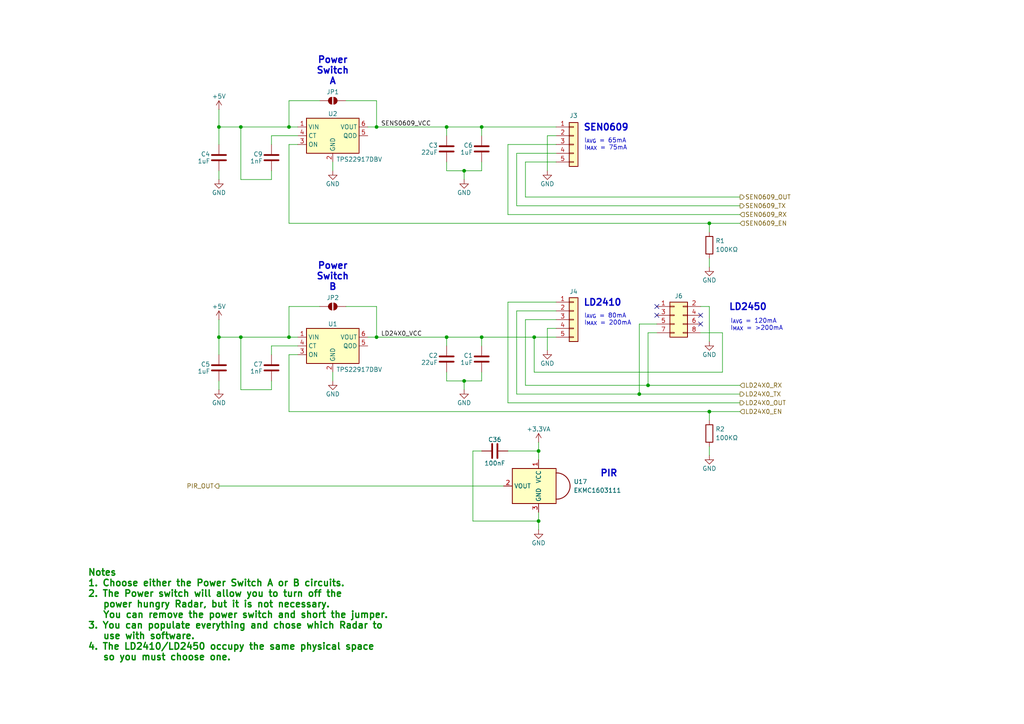
<source format=kicad_sch>
(kicad_sch (version 20250114) (generator "eeschema") (generator_version "9.0")
  (paper "A4")
  (title_block (title "ESPHome Parking Assistant") (date "2025-04-18") (rev "A") (company "Mike Lawrence"))
  (lib_symbols
    (symbol "Connector_Generic:Conn_01x05" (pin_names (offset 1.016) (hide yes))
      (property "Reference" "J" (at 0 7.62 0))
      (property "Value" "Conn_01x05" (at 0 -7.62 0))
      (symbol "Conn_01x05_1_1"
        (rectangle (start -1.27 6.35) (end 1.27 -6.35) (stroke (width 0.254)) (fill (type background)))
        (rectangle (start -1.27 5.207) (end 0 4.953) (stroke (width 0.1524)))
        (rectangle (start -1.27 2.667) (end 0 2.413) (stroke (width 0.1524)))
        (rectangle (start -1.27 0.127) (end 0 -0.127) (stroke (width 0.1524)))
        (rectangle (start -1.27 -2.413) (end 0 -2.667) (stroke (width 0.1524)))
        (rectangle (start -1.27 -4.953) (end 0 -5.207) (stroke (width 0.1524)))
        (pin passive line (at -5.08 5.08 0) (length 3.81) (name "Pin_1") (number "1"))
        (pin passive line (at -5.08 2.54 0) (length 3.81) (name "Pin_2") (number "2"))
        (pin passive line (at -5.08 0 0) (length 3.81) (name "Pin_3") (number "3"))
        (pin passive line (at -5.08 -2.54 0) (length 3.81) (name "Pin_4") (number "4"))
        (pin passive line (at -5.08 -5.08 0) (length 3.81) (name "Pin_5") (number "5"))
      )
    )
    (symbol "Connector_Generic:Conn_02x04_Odd_Even" (pin_names (offset 1.016) (hide yes))
      (property "Reference" "J" (at 1.27 5.08 0))
      (property "Value" "Conn_02x04_Odd_Even" (at 1.27 -7.62 0))
      (symbol "Conn_02x04_Odd_Even_1_1"
        (rectangle (start -1.27 3.81) (end 3.81 -6.35) (stroke (width 0.254)) (fill (type background)))
        (rectangle (start -1.27 2.667) (end 0 2.413) (stroke (width 0.1524)))
        (rectangle (start -1.27 0.127) (end 0 -0.127) (stroke (width 0.1524)))
        (rectangle (start -1.27 -2.413) (end 0 -2.667) (stroke (width 0.1524)))
        (rectangle (start -1.27 -4.953) (end 0 -5.207) (stroke (width 0.1524)))
        (rectangle (start 3.81 2.667) (end 2.54 2.413) (stroke (width 0.1524)))
        (rectangle (start 3.81 0.127) (end 2.54 -0.127) (stroke (width 0.1524)))
        (rectangle (start 3.81 -2.413) (end 2.54 -2.667) (stroke (width 0.1524)))
        (rectangle (start 3.81 -4.953) (end 2.54 -5.207) (stroke (width 0.1524)))
        (pin passive line (at -5.08 2.54 0) (length 3.81) (name "Pin_1") (number "1"))
        (pin passive line (at -5.08 0 0) (length 3.81) (name "Pin_3") (number "3"))
        (pin passive line (at -5.08 -2.54 0) (length 3.81) (name "Pin_5") (number "5"))
        (pin passive line (at -5.08 -5.08 0) (length 3.81) (name "Pin_7") (number "7"))
        (pin passive line (at 7.62 2.54 180) (length 3.81) (name "Pin_2") (number "2"))
        (pin passive line (at 7.62 0 180) (length 3.81) (name "Pin_4") (number "4"))
        (pin passive line (at 7.62 -2.54 180) (length 3.81) (name "Pin_6") (number "6"))
        (pin passive line (at 7.62 -5.08 180) (length 3.81) (name "Pin_8") (number "8"))
      )
    )
    (symbol "Device:C" (pin_numbers (hide yes)) (pin_names (offset 0.254))
      (property "Reference" "C" (at 0.635 2.54 0))
      (property "Value" "C" (at 0.635 -2.54 0))
      (symbol "C_0_1"
        (polyline (pts (xy -2.032 0.762) (xy 2.032 0.762)) (stroke (width 0.508)))
        (polyline (pts (xy -2.032 -0.762) (xy 2.032 -0.762)) (stroke (width 0.508)))
      )
      (symbol "C_1_1"
        (pin passive line (at 0 3.81 270) (length 2.794) (name "~") (number "1"))
        (pin passive line (at 0 -3.81 90) (length 2.794) (name "~") (number "2"))
      )
    )
    (symbol "Device:R" (pin_numbers (hide yes)) (pin_names (offset 0))
      (property "Reference" "R" (at 2.032 0 90))
      (property "Value" "R" (at 0 0 90))
      (symbol "R_0_1"
        (rectangle (start -1.016 -2.54) (end 1.016 2.54) (stroke (width 0.254)))
      )
      (symbol "R_1_1"
        (pin passive line (at 0 3.81 270) (length 1.27) (name "~") (number "1"))
        (pin passive line (at 0 -3.81 90) (length 1.27) (name "~") (number "2"))
      )
    )
    (symbol "EKMC1603111:EKMC1603111"
      (property "Reference" "U" (at 8.89 6.35 0))
      (property "Value" "EKMC1603111" (at 8.89 3.81 0))
      (symbol "EKMC1603111_0_1"
        (arc (start -5.08 -3.81) (mid -7.9011 -2.7467) (end -9.144 0) (stroke (width 0.254)))
        (arc (start -9.144 0) (mid -7.9011 2.7467) (end -5.08 3.81) (stroke (width 0.254)))
        (rectangle (start -5.08 5.08) (end 7.62 -5.08) (stroke (width 0.254)) (fill (type background)))
        (polyline (pts (xy -5.08 -3.81) (xy -5.08 3.81)))
      )
      (symbol "EKMC1603111_1_1"
        (pin power_in line (at 0 7.62 270) (length 2.54) (name "VCC") (number "1"))
        (pin power_in line (at 0 -7.62 90) (length 2.54) (name "GND") (number "3"))
        (pin output line (at 10.16 0 180) (length 2.54) (name "VOUT") (number "2"))
      )
    )
    (symbol "Jumper:SolderJumper_2_Open" (pin_numbers (hide yes)) (pin_names (offset 0) (hide yes)) (exclude_from_sim yes) (in_bom no)
      (property "Reference" "JP" (at 0 2.032 0))
      (property "Value" "SolderJumper_2_Open" (at 0 -2.54 0))
      (symbol "SolderJumper_2_Open_0_1"
        (polyline (pts (xy -0.254 1.016) (xy -0.254 -1.016)))
        (arc (start -0.254 -1.016) (mid -1.2656 0) (end -0.254 1.016))
        (arc (start -0.254 -1.016) (mid -1.2656 0) (end -0.254 1.016) (fill (type outline)))
        (arc (start 0.254 1.016) (mid 1.2656 0) (end 0.254 -1.016))
        (arc (start 0.254 1.016) (mid 1.2656 0) (end 0.254 -1.016) (fill (type outline)))
        (polyline (pts (xy 0.254 1.016) (xy 0.254 -1.016)))
      )
      (symbol "SolderJumper_2_Open_1_1"
        (pin passive line (at -3.81 0 0) (length 2.54) (name "A") (number "1"))
        (pin passive line (at 3.81 0 180) (length 2.54) (name "B") (number "2"))
      )
    )
    (symbol "Power_Management:TPS22917DBV"
      (property "Reference" "U" (at -6.35 6.35 0))
      (property "Value" "TPS22917DBV" (at 2.54 6.35 0))
      (symbol "TPS22917DBV_0_1"
        (rectangle (start -7.62 5.08) (end 7.62 -5.08) (stroke (width 0.254)) (fill (type background)))
      )
      (symbol "TPS22917DBV_1_1"
        (pin power_in line (at -10.16 2.54 0) (length 2.54) (name "VIN") (number "1"))
        (pin output line (at -10.16 0 0) (length 2.54) (name "CT") (number "4"))
        (pin input line (at -10.16 -2.54 0) (length 2.54) (name "ON") (number "3"))
        (pin power_in line (at 0 -7.62 90) (length 2.54) (name "GND") (number "2"))
        (pin power_out line (at 10.16 2.54 180) (length 2.54) (name "VOUT") (number "6"))
        (pin open_collector line (at 10.16 0 180) (length 2.54) (name "QOD") (number "5"))
      )
    )
    (symbol "power:+3.3VA" (power) (pin_numbers (hide yes)) (pin_names (offset 0) (hide yes))
      (property "Value" "+3.3VA" (at 0 3.556 0))
      (symbol "+3.3VA_0_1"
        (polyline (pts (xy -0.762 1.27) (xy 0 2.54)))
        (polyline (pts (xy 0 2.54) (xy 0.762 1.27)))
        (polyline (pts (xy 0 0) (xy 0 2.54)))
      )
      (symbol "+3.3VA_1_1"
        (pin power_in line (at 0 0 90) (length 0) (name "~") (number "1"))
      )
    )
    (symbol "power:+5V" (power) (pin_numbers (hide yes)) (pin_names (offset 0) (hide yes))
      (property "Value" "+5V" (at 0 3.556 0))
      (symbol "+5V_0_1"
        (polyline (pts (xy -0.762 1.27) (xy 0 2.54)))
        (polyline (pts (xy 0 2.54) (xy 0.762 1.27)))
        (polyline (pts (xy 0 0) (xy 0 2.54)))
      )
      (symbol "+5V_1_1"
        (pin power_in line (at 0 0 90) (length 0) (name "~") (number "1"))
      )
    )
    (symbol "power:GND" (power) (pin_numbers (hide yes)) (pin_names (offset 0) (hide yes))
      (property "Value" "GND" (at 0 -3.81 0))
      (symbol "GND_0_1"
        (polyline (pts (xy 0 0) (xy 0 -1.27) (xy 1.27 -1.27) (xy 0 -2.54) (xy -1.27 -1.27) (xy 0 -1.27)))
      )
      (symbol "GND_1_1"
        (pin power_in line (at 0 0 270) (length 0) (name "~") (number "1"))
      )
    )
  )
  (text "Power\nSwitch\nB" (at 96.52 80.264 0) (effects (font (size 1.905 1.905) (thickness 0.381) (bold yes))))
  (text "Power\nSwitch\nA" (at 96.52 20.574 0) (effects (font (size 1.905 1.905) (thickness 0.381) (bold yes))))
  (text "I_{AVG} = 65mA\nI_{MAX} = 75mA\n" (at 169.418 41.91 0) (effects (font (size 1.27 1.27) (thickness 0.1588)) (justify left)))
  (text "LD2450" (at 211.328 89.154 0) (effects (font (size 1.905 1.905) (thickness 0.381) (bold yes)) (justify left)))
  (text "LD2410" (at 169.164 87.884 0) (effects (font (size 1.905 1.905) (thickness 0.381) (bold yes)) (justify left)))
  (text "I_{AVG} = 80mA\nI_{MAX} = 200mA\n" (at 169.418 92.71 0) (effects (font (size 1.27 1.27) (thickness 0.1588)) (justify left)))
  (text "PIR" (at 173.99 137.414 0) (effects (font (size 1.905 1.905) (thickness 0.381) (bold yes)) (justify left)))
  (text "SEN0609" (at 169.164 37.084 0) (effects (font (size 1.905 1.905) (thickness 0.381) (bold yes)) (justify left)))
  (text "Notes\n1. Choose either the Power Switch A or B circuits.\n2. The Power switch will allow you to turn off the \n   power hungry Radar, but it is not necessary.\n   You can remove the power switch and short the jumper.\n3. You can populate everything and chose which Radar to \n   use with software.\n4. The LD2410/LD2450 occupy the same physical space \n   so you must choose one." (at 25.4 165.1 0) (effects (font (size 1.905 1.905) (thickness 0.381) (bold yes)) (justify left top)))
  (text "I_{AVG} = 120mA\nI_{MAX} = >200mA\n" (at 211.836 94.234 0) (effects (font (size 1.27 1.27) (thickness 0.1588)) (justify left)))
  (junction (at 185.42 114.3))
  (junction (at 83.82 36.83))
  (junction (at 156.21 151.13))
  (junction (at 156.21 130.81))
  (junction (at 69.85 36.83))
  (junction (at 129.54 97.79))
  (junction (at 139.7 97.79))
  (junction (at 154.94 97.79))
  (junction (at 134.62 49.53))
  (junction (at 69.85 97.79))
  (junction (at 109.22 36.83))
  (junction (at 63.5 97.79))
  (junction (at 205.74 64.77))
  (junction (at 134.62 110.49))
  (junction (at 63.5 36.83))
  (junction (at 83.82 97.79))
  (junction (at 139.7 36.83))
  (junction (at 129.54 36.83))
  (junction (at 109.22 97.79))
  (junction (at 187.96 111.76))
  (junction (at 205.74 119.38))
  (no_connect (at 190.5 88.9))
  (no_connect (at 190.5 91.44))
  (no_connect (at 203.2 91.44))
  (no_connect (at 203.2 93.98))
  (wire (pts (xy 96.52 46.99) (xy 96.52 49.53)))
  (wire (pts (xy 83.82 102.87) (xy 83.82 119.38)))
  (wire (pts (xy 78.74 110.49) (xy 78.74 113.03)))
  (wire (pts (xy 147.32 116.84) (xy 214.63 116.84)))
  (wire (pts (xy 147.32 87.63) (xy 161.29 87.63)))
  (wire (pts (xy 92.71 29.21) (xy 83.82 29.21)))
  (wire (pts (xy 83.82 88.9) (xy 83.82 97.79)))
  (wire (pts (xy 96.52 107.95) (xy 96.52 110.49)))
  (wire (pts (xy 149.86 44.45) (xy 149.86 59.69)))
  (wire (pts (xy 161.29 46.99) (xy 152.4 46.99)))
  (wire (pts (xy 156.21 148.59) (xy 156.21 151.13)))
  (wire (pts (xy 78.74 100.33) (xy 86.36 100.33)))
  (wire (pts (xy 149.86 90.17) (xy 161.29 90.17)))
  (wire (pts (xy 149.86 114.3) (xy 185.42 114.3)))
  (wire (pts (xy 161.29 39.37) (xy 158.75 39.37)))
  (wire (pts (xy 147.32 41.91) (xy 147.32 62.23)))
  (wire (pts (xy 209.55 107.95) (xy 154.94 107.95)))
  (wire (pts (xy 109.22 36.83) (xy 129.54 36.83)))
  (wire (pts (xy 86.36 39.37) (xy 78.74 39.37)))
  (wire (pts (xy 63.5 92.71) (xy 63.5 97.79)))
  (wire (pts (xy 203.2 96.52) (xy 209.55 96.52)))
  (wire (pts (xy 152.4 111.76) (xy 187.96 111.76)))
  (wire (pts (xy 83.82 29.21) (xy 83.82 36.83)))
  (wire (pts (xy 158.75 39.37) (xy 158.75 49.53)))
  (wire (pts (xy 78.74 39.37) (xy 78.74 41.91)))
  (wire (pts (xy 134.62 110.49) (xy 139.7 110.49)))
  (wire (pts (xy 63.5 102.87) (xy 63.5 97.79)))
  (wire (pts (xy 185.42 93.98) (xy 185.42 114.3)))
  (wire (pts (xy 78.74 49.53) (xy 78.74 52.07)))
  (wire (pts (xy 129.54 36.83) (xy 139.7 36.83)))
  (wire (pts (xy 190.5 93.98) (xy 185.42 93.98)))
  (wire (pts (xy 129.54 110.49) (xy 134.62 110.49)))
  (wire (pts (xy 205.74 74.93) (xy 205.74 77.47)))
  (wire (pts (xy 156.21 153.67) (xy 156.21 151.13)))
  (wire (pts (xy 83.82 97.79) (xy 86.36 97.79)))
  (wire (pts (xy 83.82 36.83) (xy 86.36 36.83)))
  (wire (pts (xy 209.55 96.52) (xy 209.55 107.95)))
  (wire (pts (xy 190.5 96.52) (xy 187.96 96.52)))
  (wire (pts (xy 147.32 116.84) (xy 147.32 87.63)))
  (wire (pts (xy 129.54 107.95) (xy 129.54 110.49)))
  (wire (pts (xy 63.5 31.75) (xy 63.5 36.83)))
  (wire (pts (xy 83.82 102.87) (xy 86.36 102.87)))
  (wire (pts (xy 129.54 36.83) (xy 129.54 39.37)))
  (wire (pts (xy 63.5 113.03) (xy 63.5 110.49)))
  (wire (pts (xy 137.16 130.81) (xy 137.16 151.13)))
  (wire (pts (xy 205.74 88.9) (xy 205.74 99.06)))
  (wire (pts (xy 154.94 97.79) (xy 161.29 97.79)))
  (wire (pts (xy 78.74 100.33) (xy 78.74 102.87)))
  (wire (pts (xy 78.74 52.07) (xy 69.85 52.07)))
  (wire (pts (xy 129.54 49.53) (xy 134.62 49.53)))
  (wire (pts (xy 205.74 119.38) (xy 205.74 121.92)))
  (wire (pts (xy 134.62 49.53) (xy 139.7 49.53)))
  (wire (pts (xy 158.75 95.25) (xy 158.75 101.6)))
  (wire (pts (xy 156.21 130.81) (xy 156.21 133.35)))
  (wire (pts (xy 152.4 92.71) (xy 161.29 92.71)))
  (wire (pts (xy 109.22 88.9) (xy 109.22 97.79)))
  (wire (pts (xy 129.54 97.79) (xy 139.7 97.79)))
  (wire (pts (xy 63.5 36.83) (xy 69.85 36.83)))
  (wire (pts (xy 129.54 97.79) (xy 129.54 100.33)))
  (wire (pts (xy 139.7 36.83) (xy 139.7 39.37)))
  (wire (pts (xy 187.96 111.76) (xy 214.63 111.76)))
  (wire (pts (xy 152.4 111.76) (xy 152.4 92.71)))
  (wire (pts (xy 205.74 64.77) (xy 214.63 64.77)))
  (wire (pts (xy 139.7 97.79) (xy 139.7 100.33)))
  (wire (pts (xy 83.82 41.91) (xy 83.82 64.77)))
  (wire (pts (xy 69.85 36.83) (xy 83.82 36.83)))
  (wire (pts (xy 69.85 52.07) (xy 69.85 36.83)))
  (wire (pts (xy 134.62 110.49) (xy 134.62 113.03)))
  (wire (pts (xy 152.4 57.15) (xy 214.63 57.15)))
  (wire (pts (xy 106.68 97.79) (xy 109.22 97.79)))
  (wire (pts (xy 106.68 36.83) (xy 109.22 36.83)))
  (wire (pts (xy 63.5 97.79) (xy 69.85 97.79)))
  (wire (pts (xy 134.62 49.53) (xy 134.62 52.07)))
  (wire (pts (xy 147.32 130.81) (xy 156.21 130.81)))
  (wire (pts (xy 137.16 151.13) (xy 156.21 151.13)))
  (wire (pts (xy 149.86 114.3) (xy 149.86 90.17)))
  (wire (pts (xy 63.5 41.91) (xy 63.5 36.83)))
  (wire (pts (xy 139.7 36.83) (xy 161.29 36.83)))
  (wire (pts (xy 203.2 88.9) (xy 205.74 88.9)))
  (wire (pts (xy 92.71 88.9) (xy 83.82 88.9)))
  (wire (pts (xy 69.85 113.03) (xy 69.85 97.79)))
  (wire (pts (xy 161.29 41.91) (xy 147.32 41.91)))
  (wire (pts (xy 69.85 97.79) (xy 83.82 97.79)))
  (wire (pts (xy 109.22 29.21) (xy 109.22 36.83)))
  (wire (pts (xy 83.82 119.38) (xy 205.74 119.38)))
  (wire (pts (xy 100.33 88.9) (xy 109.22 88.9)))
  (wire (pts (xy 139.7 46.99) (xy 139.7 49.53)))
  (wire (pts (xy 161.29 95.25) (xy 158.75 95.25)))
  (wire (pts (xy 146.05 140.97) (xy 63.5 140.97)))
  (wire (pts (xy 152.4 46.99) (xy 152.4 57.15)))
  (wire (pts (xy 139.7 97.79) (xy 154.94 97.79)))
  (wire (pts (xy 63.5 52.07) (xy 63.5 49.53)))
  (wire (pts (xy 154.94 107.95) (xy 154.94 97.79)))
  (wire (pts (xy 78.74 113.03) (xy 69.85 113.03)))
  (wire (pts (xy 100.33 29.21) (xy 109.22 29.21)))
  (wire (pts (xy 187.96 96.52) (xy 187.96 111.76)))
  (wire (pts (xy 139.7 130.81) (xy 137.16 130.81)))
  (wire (pts (xy 83.82 64.77) (xy 205.74 64.77)))
  (wire (pts (xy 86.36 41.91) (xy 83.82 41.91)))
  (wire (pts (xy 109.22 97.79) (xy 129.54 97.79)))
  (wire (pts (xy 139.7 107.95) (xy 139.7 110.49)))
  (wire (pts (xy 147.32 62.23) (xy 214.63 62.23)))
  (wire (pts (xy 185.42 114.3) (xy 214.63 114.3)))
  (wire (pts (xy 161.29 44.45) (xy 149.86 44.45)))
  (wire (pts (xy 149.86 59.69) (xy 214.63 59.69)))
  (wire (pts (xy 129.54 46.99) (xy 129.54 49.53)))
  (wire (pts (xy 205.74 119.38) (xy 214.63 119.38)))
  (wire (pts (xy 205.74 64.77) (xy 205.74 67.31)))
  (wire (pts (xy 156.21 128.27) (xy 156.21 130.81)))
  (wire (pts (xy 205.74 129.54) (xy 205.74 132.08)))
  (label "SENS0609_VCC" (at 110.49 36.83 0))
  (label "LD24X0_VCC" (at 110.49 97.79 0))
  (hierarchical_label "LD24X0_RX" (shape input) (at 214.63 111.76 0))
  (hierarchical_label "SEN0609_RX" (shape input) (at 214.63 62.23 0))
  (hierarchical_label "SEN0609_OUT" (shape output) (at 214.63 57.15 0))
  (hierarchical_label "LD24X0_EN" (shape input) (at 214.63 119.38 0))
  (hierarchical_label "LD24X0_OUT" (shape output) (at 214.63 116.84 0))
  (hierarchical_label "SEN0609_TX" (shape output) (at 214.63 59.69 0))
  (hierarchical_label "PIR_OUT" (shape output) (at 63.5 140.97 180))
  (hierarchical_label "SEN0609_EN" (shape input) (at 214.63 64.77 0))
  (hierarchical_label "LD24X0_TX" (shape output) (at 214.63 114.3 0))
  (symbol (lib_id "Device:C") (at 143.51 130.81 90) (unit 1)
    (property "Reference" "C36" (at 143.51 127.508 90))
    (property "Value" "100nF" (at 143.51 134.366 90))
    (property "Footprint" "Capacitor_SMD:C_0402_1005Metric" (effects (hide yes)))
    (property "Description" "Capacitor, 100nF, MLCC, 50V, X7R, 10%, 0402" (effects (hide yes)))
    (property "Manufacturer" "Samsung" (effects (hide yes)))
    (property "Part Number" "CL05B104KB54PNC" (effects (hide yes)))
  )
  (symbol (lib_id "Device:R") (at 205.74 125.73 0) (unit 1)
    (property "Reference" "R2" (at 207.518 124.46 0) (effects (justify left)))
    (property "Value" "100KΩ" (at 207.518 127 0) (effects (justify left)))
    (property "Footprint" "Resistor_SMD:R_0402_1005Metric" (effects (hide yes)))
    (property "Description" "Resistor, 100KΩ, 62.5mW, 1%, 0402" (effects (hide yes)))
    (property "Manufacturer" "Vishay / Dale" (effects (hide yes)))
    (property "Part Number" "CRCW0402100KFKED" (effects (hide yes)))
  )
  (symbol (lib_id "Device:C") (at 63.5 45.72 0) (unit 1)
    (property "Reference" "C4" (at 60.96 44.704 0) (effects (justify right)))
    (property "Value" "1uF" (at 60.96 46.736 0) (effects (justify right)))
    (property "Footprint" "Capacitor_SMD:C_0402_1005Metric" (effects (hide yes)))
    (property "Description" "Capacitor, 1uF, MLCC, 25V, X5R, 10%, 0402" (effects (hide yes)))
    (property "Manufacturer" "Samsung" (effects (hide yes)))
    (property "Part Number" "CL05A105KA5NQNC" (effects (hide yes)))
  )
  (symbol (lib_id "Device:C") (at 78.74 45.72 0) (unit 1)
    (property "Reference" "C9" (at 76.2 44.704 0) (effects (justify right)))
    (property "Value" "1nF" (at 76.2 46.736 0) (effects (justify right)))
    (property "Footprint" "Capacitor_SMD:C_0402_1005Metric" (effects (hide yes)))
    (property "Description" "Capacitor, 1nF, MLCC, 50V, X7R, 10%, 0402" (effects (hide yes)))
    (property "Manufacturer" "KYOCERA AVX" (effects (hide yes)))
    (property "Part Number" "04023C102KAT2A" (effects (hide yes)))
  )
  (symbol (lib_id "Device:C") (at 139.7 104.14 0) (unit 1)
    (property "Reference" "C1" (at 137.16 103.124 0) (effects (justify right)))
    (property "Value" "1uF" (at 137.16 105.156 0) (effects (justify right)))
    (property "Footprint" "Capacitor_SMD:C_0402_1005Metric" (effects (hide yes)))
    (property "Description" "Capacitor, 1uF, MLCC, 25V, X5R, 10%, 0402" (effects (hide yes)))
    (property "Manufacturer" "Samsung" (effects (hide yes)))
    (property "Part Number" "CL05A105KA5NQNC" (effects (hide yes)))
  )
  (symbol (lib_id "Device:C") (at 129.54 43.18 0) (mirror y) (unit 1)
    (property "Reference" "C3" (at 127 42.164 0) (effects (justify left)))
    (property "Value" "22uF" (at 127 44.196 0) (effects (justify left)))
    (property "Footprint" "Capacitor_SMD:C_0603_1608Metric" (effects (hide yes)))
    (property "Description" "Capacitor, 22uF, MLCC, 6.3V, X5R, 20%, 0603" (effects (hide yes)))
    (property "Part Number" "GRM188R60J226MEA0D" (effects (hide yes)))
    (property "Manufacturer" "Murata" (effects (hide yes)))
  )
  (symbol (lib_id "Connector_Generic:Conn_01x05") (at 166.37 92.71 0) (unit 1)
    (property "Reference" "J4" (at 166.37 84.582 0))
    (property "Value" "LD2410" (effects (hide yes)))
    (property "Footprint" "Connector_PinSocket_1.27mm:PinSocket_1x05_P1.27mm_Vertical_SMD_Pin1Right" (effects (hide yes)))
    (property "Description" "Generic connector, 1.27mm spacing, single row, 01x05" (effects (hide yes)))
    (property "Manufacturer" "Samtec" (effects (hide yes)))
    (property "Part Number" "RSM-105-02-S-S" (effects (hide yes)))
  )
  (symbol (lib_id "Device:C") (at 129.54 104.14 0) (mirror y) (unit 1)
    (property "Reference" "C2" (at 127 103.124 0) (effects (justify left)))
    (property "Value" "22uF" (at 127 105.156 0) (effects (justify left)))
    (property "Footprint" "Capacitor_SMD:C_0603_1608Metric" (effects (hide yes)))
    (property "Description" "Capacitor, 22uF, MLCC, 6.3V, X5R, 20%, 0603" (effects (hide yes)))
    (property "Part Number" "GRM188R60J226MEA0D" (effects (hide yes)))
    (property "Manufacturer" "Murata" (effects (hide yes)))
  )
  (symbol (lib_id "Connector_Generic:Conn_01x05") (at 166.37 41.91 0) (unit 1)
    (property "Reference" "J3" (at 166.37 33.528 0))
    (property "Value" "SEN0609" (effects (hide yes)))
    (property "Footprint" "Connector_PinHeader_2.54mm:PinHeader_1x05_P2.54mm_Vertical" (effects (hide yes)))
    (property "Description" "Generic connector, 2.54mm spacing, single row, 01x05 (TLW-105-06-T-S)" (effects (hide yes)))
    (property "Manufacturer" "Samtec" (effects (hide yes)))
    (property "Part Number" "CES-105-01-T-S" (effects (hide yes)))
  )
  (symbol (lib_id "Power_Management:TPS22917DBV") (at 96.52 100.33 0) (unit 1)
    (property "Reference" "U1" (at 96.52 93.98 0))
    (property "Value" "TPS22917DBV" (at 97.536 107.188 0) (effects (justify left)))
    (property "Footprint" "Package_TO_SOT_SMD:SOT-23-6" (effects (hide yes)))
    (property "Datasheet" "http://www.ti.com/lit/ds/symlink/tps22917.pdf" (effects (hide yes)))
    (property "Description" "1V to 5.5V, 2A, 80mΩ Ultra-Low Leakage Load Switch, SOT23-6" (effects (hide yes)))
    (property "Manufacturer" "Texas Instruments" (effects (hide yes)))
    (property "Part Number" "TPS22917DBV" (effects (hide yes)))
  )
  (symbol (lib_id "Jumper:SolderJumper_2_Open") (at 96.52 29.21 0) (unit 1) (in_bom no)
    (property "Reference" "JP1" (at 96.52 26.67 0))
    (property "Footprint" "Jumper:SolderJumper-2_P1.3mm_Open_RoundedPad1.0x1.5mm" (effects (hide yes)))
    (property "Description" "Solder Jumper, 2-pole, open" (effects (hide yes)))
  )
  (symbol (lib_id "Device:C") (at 139.7 43.18 0) (unit 1)
    (property "Reference" "C6" (at 137.16 42.164 0) (effects (justify right)))
    (property "Value" "1uF" (at 137.16 44.196 0) (effects (justify right)))
    (property "Footprint" "Capacitor_SMD:C_0402_1005Metric" (effects (hide yes)))
    (property "Description" "Capacitor, 1uF, MLCC, 25V, X5R, 10%, 0402" (effects (hide yes)))
    (property "Manufacturer" "Samsung" (effects (hide yes)))
    (property "Part Number" "CL05A105KA5NQNC" (effects (hide yes)))
  )
  (symbol (lib_id "power:GND") (at 134.62 113.03 0) (unit 1)
    (property "Reference" "#PWR058" (effects (hide yes)))
    (property "Value" "GND" (at 134.62 116.84 0))
    (property "Description" "Power symbol creates a global label with name \"GND\" , ground" (effects (hide yes)))
  )
  (symbol (lib_id "Connector_Generic:Conn_02x04_Odd_Even") (at 195.58 91.44 0) (unit 1)
    (property "Reference" "J6" (at 196.85 85.852 0))
    (property "Value" "LD2450" (effects (hide yes)))
    (property "Footprint" "Connector_PinSocket_2.00mm:PinSocket_2x04_P2.00mm_Vertical_SMD" (effects (hide yes)))
    (property "Description" "Socket, 8 position, 2mm spacing, dual row, 02x04, SMT" (effects (hide yes)))
    (property "Manufacturer" "Molex" (effects (hide yes)))
    (property "Part Number" "79109-1003" (effects (hide yes)))
  )
  (symbol (lib_id "power:GND") (at 63.5 52.07 0) (unit 1)
    (property "Reference" "#PWR054" (effects (hide yes)))
    (property "Value" "GND" (at 63.5 55.88 0))
    (property "Description" "Power symbol creates a global label with name \"GND\" , ground" (effects (hide yes)))
  )
  (symbol (lib_id "Device:C") (at 78.74 106.68 0) (unit 1)
    (property "Reference" "C7" (at 76.2 105.664 0) (effects (justify right)))
    (property "Value" "1nF" (at 76.2 107.696 0) (effects (justify right)))
    (property "Footprint" "Capacitor_SMD:C_0402_1005Metric" (effects (hide yes)))
    (property "Description" "Capacitor, 1nF, MLCC, 50V, X7R, 10%, 0402" (effects (hide yes)))
    (property "Manufacturer" "KYOCERA AVX" (effects (hide yes)))
    (property "Part Number" "04023C102KAT2A" (effects (hide yes)))
  )
  (symbol (lib_id "power:+5V") (at 63.5 31.75 0) (unit 1)
    (property "Reference" "#PWR050" (effects (hide yes)))
    (property "Value" "+5V" (at 63.5 27.94 0))
    (property "Description" "Power symbol creates a global label with name \"+5V\"" (effects (hide yes)))
  )
  (symbol (lib_id "power:GND") (at 156.21 153.67 0) (mirror y) (unit 1)
    (property "Reference" "#PWR061" (effects (hide yes)))
    (property "Value" "GND" (at 156.21 157.48 0))
    (property "Description" "Power symbol creates a global label with name \"GND\" , ground" (effects (hide yes)))
  )
  (symbol (lib_id "EKMC1603111:EKMC1603111") (at 156.21 140.97 0) (mirror y) (unit 1)
    (property "Reference" "U17" (at 166.37 139.6999 0) (effects (justify right)))
    (property "Value" "EKMC1603111" (at 166.37 142.2399 0) (effects (justify right)))
    (property "Footprint" "EKMC1603111:EKMC163111" (effects (hide yes)))
    (property "Datasheet" "https://industrial.panasonic.com/cdbs/www-data/pdf/EWA0000/bltn_eng_ekmc160711_ast-ind-247328.pdf" (effects (hide yes)))
    (property "Description" "Passive Infrared (PIR) Motion Sensor, THT" (effects (hide yes)))
    (property "Manufacturer" "Panasonic" (effects (hide yes)))
    (property "Part Number" "EKMC1603111" (effects (hide yes)))
  )
  (symbol (lib_id "power:GND") (at 134.62 52.07 0) (unit 1)
    (property "Reference" "#PWR053" (effects (hide yes)))
    (property "Value" "GND" (at 134.62 55.88 0))
    (property "Description" "Power symbol creates a global label with name \"GND\" , ground" (effects (hide yes)))
  )
  (symbol (lib_id "power:GND") (at 96.52 49.53 0) (unit 1)
    (property "Reference" "#PWR051" (effects (hide yes)))
    (property "Value" "GND" (at 96.52 53.34 0))
    (property "Description" "Power symbol creates a global label with name \"GND\" , ground" (effects (hide yes)))
  )
  (symbol (lib_id "power:GND") (at 63.5 113.03 0) (unit 1)
    (property "Reference" "#PWR059" (effects (hide yes)))
    (property "Value" "GND" (at 63.5 116.84 0))
    (property "Description" "Power symbol creates a global label with name \"GND\" , ground" (effects (hide yes)))
  )
  (symbol (lib_id "Device:C") (at 63.5 106.68 0) (unit 1)
    (property "Reference" "C5" (at 60.96 105.664 0) (effects (justify right)))
    (property "Value" "1uF" (at 60.96 107.696 0) (effects (justify right)))
    (property "Footprint" "Capacitor_SMD:C_0402_1005Metric" (effects (hide yes)))
    (property "Description" "Capacitor, 1uF, MLCC, 25V, X5R, 10%, 0402" (effects (hide yes)))
    (property "Manufacturer" "Samsung" (effects (hide yes)))
    (property "Part Number" "CL05A105KA5NQNC" (effects (hide yes)))
  )
  (symbol (lib_id "power:GND") (at 96.52 110.49 0) (unit 1)
    (property "Reference" "#PWR057" (effects (hide yes)))
    (property "Value" "GND" (at 96.52 114.3 0))
    (property "Description" "Power symbol creates a global label with name \"GND\" , ground" (effects (hide yes)))
  )
  (symbol (lib_id "power:+5V") (at 63.5 92.71 0) (unit 1)
    (property "Reference" "#PWR055" (effects (hide yes)))
    (property "Value" "+5V" (at 63.5 88.9 0))
    (property "Description" "Power symbol creates a global label with name \"+5V\"" (effects (hide yes)))
  )
  (symbol (lib_id "power:GND") (at 205.74 99.06 0) (unit 1)
    (property "Reference" "#PWR074" (effects (hide yes)))
    (property "Value" "GND" (at 205.74 102.87 0))
    (property "Description" "Power symbol creates a global label with name \"GND\" , ground" (effects (hide yes)))
  )
  (symbol (lib_id "Power_Management:TPS22917DBV") (at 96.52 39.37 0) (unit 1)
    (property "Reference" "U2" (at 96.52 33.02 0))
    (property "Value" "TPS22917DBV" (at 97.536 46.228 0) (effects (justify left)))
    (property "Footprint" "Package_TO_SOT_SMD:SOT-23-6" (effects (hide yes)))
    (property "Datasheet" "http://www.ti.com/lit/ds/symlink/tps22917.pdf" (effects (hide yes)))
    (property "Description" "1V to 5.5V, 2A, 80mΩ Ultra-Low Leakage Load Switch, SOT23-6" (effects (hide yes)))
    (property "Manufacturer" "Texas Instruments" (effects (hide yes)))
    (property "Part Number" "TPS22917DBV" (effects (hide yes)))
  )
  (symbol (lib_id "power:GND") (at 158.75 49.53 0) (unit 1)
    (property "Reference" "#PWR052" (effects (hide yes)))
    (property "Value" "GND" (at 158.75 53.34 0))
    (property "Description" "Power symbol creates a global label with name \"GND\" , ground" (effects (hide yes)))
  )
  (symbol (lib_id "power:+3.3VA") (at 156.21 128.27 0) (mirror y) (unit 1)
    (property "Reference" "#PWR060" (effects (hide yes)))
    (property "Value" "+3.3VA" (at 156.21 124.46 0))
    (property "Description" "Power symbol creates a global label with name \"+3.3VA\"" (effects (hide yes)))
  )
  (symbol (lib_id "Device:R") (at 205.74 71.12 0) (unit 1)
    (property "Reference" "R1" (at 207.518 69.85 0) (effects (justify left)))
    (property "Value" "100KΩ" (at 207.518 72.39 0) (effects (justify left)))
    (property "Footprint" "Resistor_SMD:R_0402_1005Metric" (effects (hide yes)))
    (property "Description" "Resistor, 100KΩ, 62.5mW, 1%, 0402" (effects (hide yes)))
    (property "Manufacturer" "Vishay / Dale" (effects (hide yes)))
    (property "Part Number" "CRCW0402100KFKED" (effects (hide yes)))
  )
  (symbol (lib_id "power:GND") (at 205.74 77.47 0) (mirror y) (unit 1)
    (property "Reference" "#PWR080" (effects (hide yes)))
    (property "Value" "GND" (at 205.74 81.28 0))
    (property "Description" "Power symbol creates a global label with name \"GND\" , ground" (effects (hide yes)))
  )
  (symbol (lib_id "power:GND") (at 158.75 101.6 0) (unit 1)
    (property "Reference" "#PWR056" (effects (hide yes)))
    (property "Value" "GND" (at 158.75 105.41 0))
    (property "Description" "Power symbol creates a global label with name \"GND\" , ground" (effects (hide yes)))
  )
  (symbol (lib_id "Jumper:SolderJumper_2_Open") (at 96.52 88.9 0) (unit 1) (in_bom no)
    (property "Reference" "JP2" (at 96.52 86.36 0))
    (property "Footprint" "Jumper:SolderJumper-2_P1.3mm_Open_RoundedPad1.0x1.5mm" (effects (hide yes)))
    (property "Description" "Solder Jumper, 2-pole, open" (effects (hide yes)))
  )
  (symbol (lib_id "power:GND") (at 205.74 132.08 0) (mirror y) (unit 1)
    (property "Reference" "#PWR079" (effects (hide yes)))
    (property "Value" "GND" (at 205.74 135.89 0))
    (property "Description" "Power symbol creates a global label with name \"GND\" , ground" (effects (hide yes)))
  )
)
</source>
